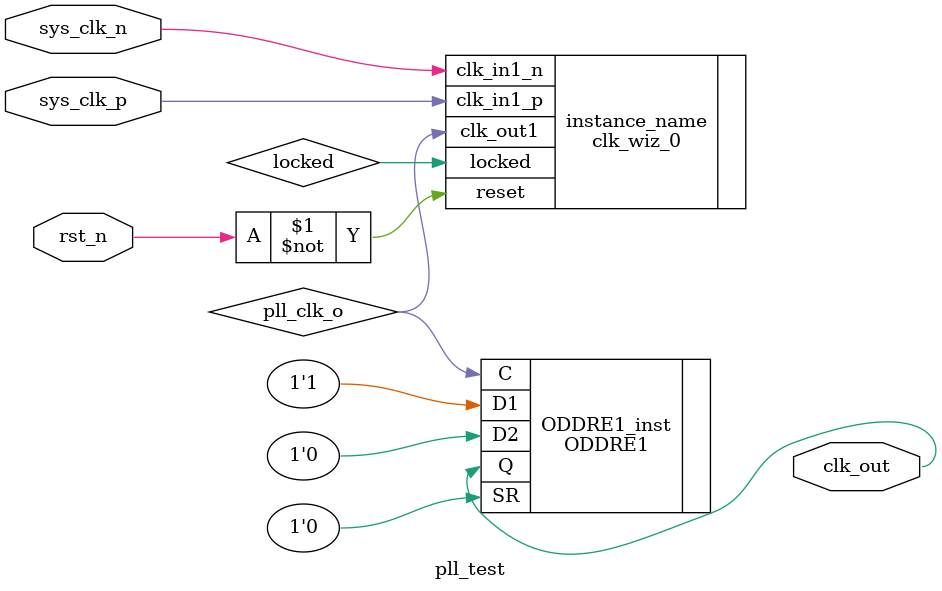
<source format=v>
`timescale 1ns / 1ps
                        
//================================================================================
//  Revision History:
 //  Date          By            Revision    Change Description
//--------------------------------------------------------------------------------
//  2018/01/03     lhj          1.0         Original
//*******************************************************************************/
//////////////////////////////////////////////////////////////////////////////////
module pll_test(
input       sys_clk_p,      // Differentia system clock 200Mhz input on board
input       sys_clk_n,
input       rst_n,
output      clk_out           //pll clock output J14_Pin1
                );
wire        locked;//时钟信号输出锁定
wire        pll_clk_o;//锁相环输出时钟
/////////////////////PLL IP call////////////////////////////
clk_wiz_0 instance_name
   (
    // Clock out ports
    .clk_out1(pll_clk_o),     // output clk_out1
    // Status and control signals
    .reset(~rst_n), // input reset
    .locked(locked),       // output locked
   // Clock in ports
    .clk_in1_p(sys_clk_p),    // input clk_in1_p
    .clk_in1_n(sys_clk_n));    // input clk_in1_n
///////////////调用ODDR使时钟信号通过普通IO输出//////////////////	  

ODDRE1 #(
      .IS_C_INVERTED(1'b0),  // Optional inversion for C
      .IS_D1_INVERTED(1'b0), // Unsupported, do not use
      .IS_D2_INVERTED(1'b0), // Unsupported, do not use
      .SRVAL(1'b0)           // Initializes the ODDRE1 Flip-Flops to the specified value (1'b0, 1'b1)
)
ODDRE1_inst (
      .Q(clk_out),   // 1-bit output: Data output to IOB
      .C(pll_clk_o),   // 1-bit input: High-speed clock input
      .D1(1'b1), // 1-bit input: Parallel data input 1
      .D2(1'b0), // 1-bit input: Parallel data input 2
      .SR(1'b0)  // 1-bit input: Active High Async Reset
   );       
endmodule

</source>
